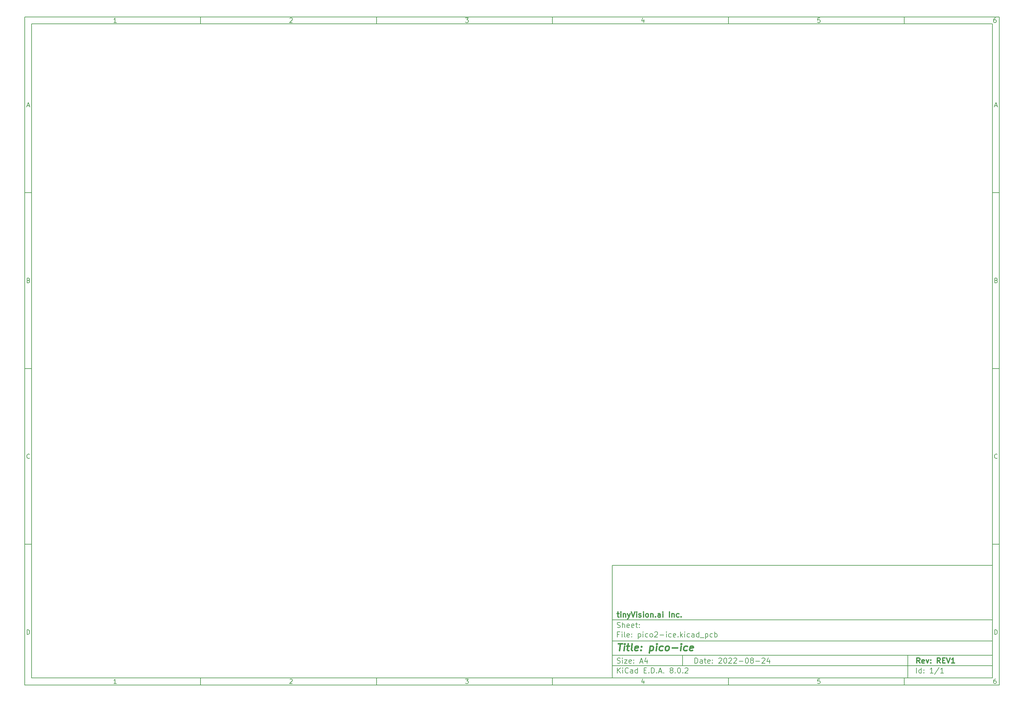
<source format=gbr>
%TF.GenerationSoftware,KiCad,Pcbnew,8.0.2*%
%TF.CreationDate,2024-10-27T15:33:14-07:00*%
%TF.ProjectId,pico2-ice,7069636f-322d-4696-9365-2e6b69636164,REV1*%
%TF.SameCoordinates,Original*%
%TF.FileFunction,Other,User*%
%FSLAX46Y46*%
G04 Gerber Fmt 4.6, Leading zero omitted, Abs format (unit mm)*
G04 Created by KiCad (PCBNEW 8.0.2) date 2024-10-27 15:33:14*
%MOMM*%
%LPD*%
G01*
G04 APERTURE LIST*
%ADD10C,0.100000*%
%ADD11C,0.150000*%
%ADD12C,0.300000*%
%ADD13C,0.400000*%
G04 APERTURE END LIST*
D10*
D11*
X177002200Y-166007200D02*
X285002200Y-166007200D01*
X285002200Y-198007200D01*
X177002200Y-198007200D01*
X177002200Y-166007200D01*
D10*
D11*
X10000000Y-10000000D02*
X287002200Y-10000000D01*
X287002200Y-200007200D01*
X10000000Y-200007200D01*
X10000000Y-10000000D01*
D10*
D11*
X12000000Y-12000000D02*
X285002200Y-12000000D01*
X285002200Y-198007200D01*
X12000000Y-198007200D01*
X12000000Y-12000000D01*
D10*
D11*
X60000000Y-12000000D02*
X60000000Y-10000000D01*
D10*
D11*
X110000000Y-12000000D02*
X110000000Y-10000000D01*
D10*
D11*
X160000000Y-12000000D02*
X160000000Y-10000000D01*
D10*
D11*
X210000000Y-12000000D02*
X210000000Y-10000000D01*
D10*
D11*
X260000000Y-12000000D02*
X260000000Y-10000000D01*
D10*
D11*
X36089160Y-11593604D02*
X35346303Y-11593604D01*
X35717731Y-11593604D02*
X35717731Y-10293604D01*
X35717731Y-10293604D02*
X35593922Y-10479319D01*
X35593922Y-10479319D02*
X35470112Y-10603128D01*
X35470112Y-10603128D02*
X35346303Y-10665033D01*
D10*
D11*
X85346303Y-10417414D02*
X85408207Y-10355509D01*
X85408207Y-10355509D02*
X85532017Y-10293604D01*
X85532017Y-10293604D02*
X85841541Y-10293604D01*
X85841541Y-10293604D02*
X85965350Y-10355509D01*
X85965350Y-10355509D02*
X86027255Y-10417414D01*
X86027255Y-10417414D02*
X86089160Y-10541223D01*
X86089160Y-10541223D02*
X86089160Y-10665033D01*
X86089160Y-10665033D02*
X86027255Y-10850747D01*
X86027255Y-10850747D02*
X85284398Y-11593604D01*
X85284398Y-11593604D02*
X86089160Y-11593604D01*
D10*
D11*
X135284398Y-10293604D02*
X136089160Y-10293604D01*
X136089160Y-10293604D02*
X135655826Y-10788842D01*
X135655826Y-10788842D02*
X135841541Y-10788842D01*
X135841541Y-10788842D02*
X135965350Y-10850747D01*
X135965350Y-10850747D02*
X136027255Y-10912652D01*
X136027255Y-10912652D02*
X136089160Y-11036461D01*
X136089160Y-11036461D02*
X136089160Y-11345985D01*
X136089160Y-11345985D02*
X136027255Y-11469795D01*
X136027255Y-11469795D02*
X135965350Y-11531700D01*
X135965350Y-11531700D02*
X135841541Y-11593604D01*
X135841541Y-11593604D02*
X135470112Y-11593604D01*
X135470112Y-11593604D02*
X135346303Y-11531700D01*
X135346303Y-11531700D02*
X135284398Y-11469795D01*
D10*
D11*
X185965350Y-10726938D02*
X185965350Y-11593604D01*
X185655826Y-10231700D02*
X185346303Y-11160271D01*
X185346303Y-11160271D02*
X186151064Y-11160271D01*
D10*
D11*
X236027255Y-10293604D02*
X235408207Y-10293604D01*
X235408207Y-10293604D02*
X235346303Y-10912652D01*
X235346303Y-10912652D02*
X235408207Y-10850747D01*
X235408207Y-10850747D02*
X235532017Y-10788842D01*
X235532017Y-10788842D02*
X235841541Y-10788842D01*
X235841541Y-10788842D02*
X235965350Y-10850747D01*
X235965350Y-10850747D02*
X236027255Y-10912652D01*
X236027255Y-10912652D02*
X236089160Y-11036461D01*
X236089160Y-11036461D02*
X236089160Y-11345985D01*
X236089160Y-11345985D02*
X236027255Y-11469795D01*
X236027255Y-11469795D02*
X235965350Y-11531700D01*
X235965350Y-11531700D02*
X235841541Y-11593604D01*
X235841541Y-11593604D02*
X235532017Y-11593604D01*
X235532017Y-11593604D02*
X235408207Y-11531700D01*
X235408207Y-11531700D02*
X235346303Y-11469795D01*
D10*
D11*
X285965350Y-10293604D02*
X285717731Y-10293604D01*
X285717731Y-10293604D02*
X285593922Y-10355509D01*
X285593922Y-10355509D02*
X285532017Y-10417414D01*
X285532017Y-10417414D02*
X285408207Y-10603128D01*
X285408207Y-10603128D02*
X285346303Y-10850747D01*
X285346303Y-10850747D02*
X285346303Y-11345985D01*
X285346303Y-11345985D02*
X285408207Y-11469795D01*
X285408207Y-11469795D02*
X285470112Y-11531700D01*
X285470112Y-11531700D02*
X285593922Y-11593604D01*
X285593922Y-11593604D02*
X285841541Y-11593604D01*
X285841541Y-11593604D02*
X285965350Y-11531700D01*
X285965350Y-11531700D02*
X286027255Y-11469795D01*
X286027255Y-11469795D02*
X286089160Y-11345985D01*
X286089160Y-11345985D02*
X286089160Y-11036461D01*
X286089160Y-11036461D02*
X286027255Y-10912652D01*
X286027255Y-10912652D02*
X285965350Y-10850747D01*
X285965350Y-10850747D02*
X285841541Y-10788842D01*
X285841541Y-10788842D02*
X285593922Y-10788842D01*
X285593922Y-10788842D02*
X285470112Y-10850747D01*
X285470112Y-10850747D02*
X285408207Y-10912652D01*
X285408207Y-10912652D02*
X285346303Y-11036461D01*
D10*
D11*
X60000000Y-198007200D02*
X60000000Y-200007200D01*
D10*
D11*
X110000000Y-198007200D02*
X110000000Y-200007200D01*
D10*
D11*
X160000000Y-198007200D02*
X160000000Y-200007200D01*
D10*
D11*
X210000000Y-198007200D02*
X210000000Y-200007200D01*
D10*
D11*
X260000000Y-198007200D02*
X260000000Y-200007200D01*
D10*
D11*
X36089160Y-199600804D02*
X35346303Y-199600804D01*
X35717731Y-199600804D02*
X35717731Y-198300804D01*
X35717731Y-198300804D02*
X35593922Y-198486519D01*
X35593922Y-198486519D02*
X35470112Y-198610328D01*
X35470112Y-198610328D02*
X35346303Y-198672233D01*
D10*
D11*
X85346303Y-198424614D02*
X85408207Y-198362709D01*
X85408207Y-198362709D02*
X85532017Y-198300804D01*
X85532017Y-198300804D02*
X85841541Y-198300804D01*
X85841541Y-198300804D02*
X85965350Y-198362709D01*
X85965350Y-198362709D02*
X86027255Y-198424614D01*
X86027255Y-198424614D02*
X86089160Y-198548423D01*
X86089160Y-198548423D02*
X86089160Y-198672233D01*
X86089160Y-198672233D02*
X86027255Y-198857947D01*
X86027255Y-198857947D02*
X85284398Y-199600804D01*
X85284398Y-199600804D02*
X86089160Y-199600804D01*
D10*
D11*
X135284398Y-198300804D02*
X136089160Y-198300804D01*
X136089160Y-198300804D02*
X135655826Y-198796042D01*
X135655826Y-198796042D02*
X135841541Y-198796042D01*
X135841541Y-198796042D02*
X135965350Y-198857947D01*
X135965350Y-198857947D02*
X136027255Y-198919852D01*
X136027255Y-198919852D02*
X136089160Y-199043661D01*
X136089160Y-199043661D02*
X136089160Y-199353185D01*
X136089160Y-199353185D02*
X136027255Y-199476995D01*
X136027255Y-199476995D02*
X135965350Y-199538900D01*
X135965350Y-199538900D02*
X135841541Y-199600804D01*
X135841541Y-199600804D02*
X135470112Y-199600804D01*
X135470112Y-199600804D02*
X135346303Y-199538900D01*
X135346303Y-199538900D02*
X135284398Y-199476995D01*
D10*
D11*
X185965350Y-198734138D02*
X185965350Y-199600804D01*
X185655826Y-198238900D02*
X185346303Y-199167471D01*
X185346303Y-199167471D02*
X186151064Y-199167471D01*
D10*
D11*
X236027255Y-198300804D02*
X235408207Y-198300804D01*
X235408207Y-198300804D02*
X235346303Y-198919852D01*
X235346303Y-198919852D02*
X235408207Y-198857947D01*
X235408207Y-198857947D02*
X235532017Y-198796042D01*
X235532017Y-198796042D02*
X235841541Y-198796042D01*
X235841541Y-198796042D02*
X235965350Y-198857947D01*
X235965350Y-198857947D02*
X236027255Y-198919852D01*
X236027255Y-198919852D02*
X236089160Y-199043661D01*
X236089160Y-199043661D02*
X236089160Y-199353185D01*
X236089160Y-199353185D02*
X236027255Y-199476995D01*
X236027255Y-199476995D02*
X235965350Y-199538900D01*
X235965350Y-199538900D02*
X235841541Y-199600804D01*
X235841541Y-199600804D02*
X235532017Y-199600804D01*
X235532017Y-199600804D02*
X235408207Y-199538900D01*
X235408207Y-199538900D02*
X235346303Y-199476995D01*
D10*
D11*
X285965350Y-198300804D02*
X285717731Y-198300804D01*
X285717731Y-198300804D02*
X285593922Y-198362709D01*
X285593922Y-198362709D02*
X285532017Y-198424614D01*
X285532017Y-198424614D02*
X285408207Y-198610328D01*
X285408207Y-198610328D02*
X285346303Y-198857947D01*
X285346303Y-198857947D02*
X285346303Y-199353185D01*
X285346303Y-199353185D02*
X285408207Y-199476995D01*
X285408207Y-199476995D02*
X285470112Y-199538900D01*
X285470112Y-199538900D02*
X285593922Y-199600804D01*
X285593922Y-199600804D02*
X285841541Y-199600804D01*
X285841541Y-199600804D02*
X285965350Y-199538900D01*
X285965350Y-199538900D02*
X286027255Y-199476995D01*
X286027255Y-199476995D02*
X286089160Y-199353185D01*
X286089160Y-199353185D02*
X286089160Y-199043661D01*
X286089160Y-199043661D02*
X286027255Y-198919852D01*
X286027255Y-198919852D02*
X285965350Y-198857947D01*
X285965350Y-198857947D02*
X285841541Y-198796042D01*
X285841541Y-198796042D02*
X285593922Y-198796042D01*
X285593922Y-198796042D02*
X285470112Y-198857947D01*
X285470112Y-198857947D02*
X285408207Y-198919852D01*
X285408207Y-198919852D02*
X285346303Y-199043661D01*
D10*
D11*
X10000000Y-60000000D02*
X12000000Y-60000000D01*
D10*
D11*
X10000000Y-110000000D02*
X12000000Y-110000000D01*
D10*
D11*
X10000000Y-160000000D02*
X12000000Y-160000000D01*
D10*
D11*
X10690476Y-35222176D02*
X11309523Y-35222176D01*
X10566666Y-35593604D02*
X10999999Y-34293604D01*
X10999999Y-34293604D02*
X11433333Y-35593604D01*
D10*
D11*
X11092857Y-84912652D02*
X11278571Y-84974557D01*
X11278571Y-84974557D02*
X11340476Y-85036461D01*
X11340476Y-85036461D02*
X11402380Y-85160271D01*
X11402380Y-85160271D02*
X11402380Y-85345985D01*
X11402380Y-85345985D02*
X11340476Y-85469795D01*
X11340476Y-85469795D02*
X11278571Y-85531700D01*
X11278571Y-85531700D02*
X11154761Y-85593604D01*
X11154761Y-85593604D02*
X10659523Y-85593604D01*
X10659523Y-85593604D02*
X10659523Y-84293604D01*
X10659523Y-84293604D02*
X11092857Y-84293604D01*
X11092857Y-84293604D02*
X11216666Y-84355509D01*
X11216666Y-84355509D02*
X11278571Y-84417414D01*
X11278571Y-84417414D02*
X11340476Y-84541223D01*
X11340476Y-84541223D02*
X11340476Y-84665033D01*
X11340476Y-84665033D02*
X11278571Y-84788842D01*
X11278571Y-84788842D02*
X11216666Y-84850747D01*
X11216666Y-84850747D02*
X11092857Y-84912652D01*
X11092857Y-84912652D02*
X10659523Y-84912652D01*
D10*
D11*
X11402380Y-135469795D02*
X11340476Y-135531700D01*
X11340476Y-135531700D02*
X11154761Y-135593604D01*
X11154761Y-135593604D02*
X11030952Y-135593604D01*
X11030952Y-135593604D02*
X10845238Y-135531700D01*
X10845238Y-135531700D02*
X10721428Y-135407890D01*
X10721428Y-135407890D02*
X10659523Y-135284080D01*
X10659523Y-135284080D02*
X10597619Y-135036461D01*
X10597619Y-135036461D02*
X10597619Y-134850747D01*
X10597619Y-134850747D02*
X10659523Y-134603128D01*
X10659523Y-134603128D02*
X10721428Y-134479319D01*
X10721428Y-134479319D02*
X10845238Y-134355509D01*
X10845238Y-134355509D02*
X11030952Y-134293604D01*
X11030952Y-134293604D02*
X11154761Y-134293604D01*
X11154761Y-134293604D02*
X11340476Y-134355509D01*
X11340476Y-134355509D02*
X11402380Y-134417414D01*
D10*
D11*
X10659523Y-185593604D02*
X10659523Y-184293604D01*
X10659523Y-184293604D02*
X10969047Y-184293604D01*
X10969047Y-184293604D02*
X11154761Y-184355509D01*
X11154761Y-184355509D02*
X11278571Y-184479319D01*
X11278571Y-184479319D02*
X11340476Y-184603128D01*
X11340476Y-184603128D02*
X11402380Y-184850747D01*
X11402380Y-184850747D02*
X11402380Y-185036461D01*
X11402380Y-185036461D02*
X11340476Y-185284080D01*
X11340476Y-185284080D02*
X11278571Y-185407890D01*
X11278571Y-185407890D02*
X11154761Y-185531700D01*
X11154761Y-185531700D02*
X10969047Y-185593604D01*
X10969047Y-185593604D02*
X10659523Y-185593604D01*
D10*
D11*
X287002200Y-60000000D02*
X285002200Y-60000000D01*
D10*
D11*
X287002200Y-110000000D02*
X285002200Y-110000000D01*
D10*
D11*
X287002200Y-160000000D02*
X285002200Y-160000000D01*
D10*
D11*
X285692676Y-35222176D02*
X286311723Y-35222176D01*
X285568866Y-35593604D02*
X286002199Y-34293604D01*
X286002199Y-34293604D02*
X286435533Y-35593604D01*
D10*
D11*
X286095057Y-84912652D02*
X286280771Y-84974557D01*
X286280771Y-84974557D02*
X286342676Y-85036461D01*
X286342676Y-85036461D02*
X286404580Y-85160271D01*
X286404580Y-85160271D02*
X286404580Y-85345985D01*
X286404580Y-85345985D02*
X286342676Y-85469795D01*
X286342676Y-85469795D02*
X286280771Y-85531700D01*
X286280771Y-85531700D02*
X286156961Y-85593604D01*
X286156961Y-85593604D02*
X285661723Y-85593604D01*
X285661723Y-85593604D02*
X285661723Y-84293604D01*
X285661723Y-84293604D02*
X286095057Y-84293604D01*
X286095057Y-84293604D02*
X286218866Y-84355509D01*
X286218866Y-84355509D02*
X286280771Y-84417414D01*
X286280771Y-84417414D02*
X286342676Y-84541223D01*
X286342676Y-84541223D02*
X286342676Y-84665033D01*
X286342676Y-84665033D02*
X286280771Y-84788842D01*
X286280771Y-84788842D02*
X286218866Y-84850747D01*
X286218866Y-84850747D02*
X286095057Y-84912652D01*
X286095057Y-84912652D02*
X285661723Y-84912652D01*
D10*
D11*
X286404580Y-135469795D02*
X286342676Y-135531700D01*
X286342676Y-135531700D02*
X286156961Y-135593604D01*
X286156961Y-135593604D02*
X286033152Y-135593604D01*
X286033152Y-135593604D02*
X285847438Y-135531700D01*
X285847438Y-135531700D02*
X285723628Y-135407890D01*
X285723628Y-135407890D02*
X285661723Y-135284080D01*
X285661723Y-135284080D02*
X285599819Y-135036461D01*
X285599819Y-135036461D02*
X285599819Y-134850747D01*
X285599819Y-134850747D02*
X285661723Y-134603128D01*
X285661723Y-134603128D02*
X285723628Y-134479319D01*
X285723628Y-134479319D02*
X285847438Y-134355509D01*
X285847438Y-134355509D02*
X286033152Y-134293604D01*
X286033152Y-134293604D02*
X286156961Y-134293604D01*
X286156961Y-134293604D02*
X286342676Y-134355509D01*
X286342676Y-134355509D02*
X286404580Y-134417414D01*
D10*
D11*
X285661723Y-185593604D02*
X285661723Y-184293604D01*
X285661723Y-184293604D02*
X285971247Y-184293604D01*
X285971247Y-184293604D02*
X286156961Y-184355509D01*
X286156961Y-184355509D02*
X286280771Y-184479319D01*
X286280771Y-184479319D02*
X286342676Y-184603128D01*
X286342676Y-184603128D02*
X286404580Y-184850747D01*
X286404580Y-184850747D02*
X286404580Y-185036461D01*
X286404580Y-185036461D02*
X286342676Y-185284080D01*
X286342676Y-185284080D02*
X286280771Y-185407890D01*
X286280771Y-185407890D02*
X286156961Y-185531700D01*
X286156961Y-185531700D02*
X285971247Y-185593604D01*
X285971247Y-185593604D02*
X285661723Y-185593604D01*
D10*
D11*
X200458026Y-193793328D02*
X200458026Y-192293328D01*
X200458026Y-192293328D02*
X200815169Y-192293328D01*
X200815169Y-192293328D02*
X201029455Y-192364757D01*
X201029455Y-192364757D02*
X201172312Y-192507614D01*
X201172312Y-192507614D02*
X201243741Y-192650471D01*
X201243741Y-192650471D02*
X201315169Y-192936185D01*
X201315169Y-192936185D02*
X201315169Y-193150471D01*
X201315169Y-193150471D02*
X201243741Y-193436185D01*
X201243741Y-193436185D02*
X201172312Y-193579042D01*
X201172312Y-193579042D02*
X201029455Y-193721900D01*
X201029455Y-193721900D02*
X200815169Y-193793328D01*
X200815169Y-193793328D02*
X200458026Y-193793328D01*
X202600884Y-193793328D02*
X202600884Y-193007614D01*
X202600884Y-193007614D02*
X202529455Y-192864757D01*
X202529455Y-192864757D02*
X202386598Y-192793328D01*
X202386598Y-192793328D02*
X202100884Y-192793328D01*
X202100884Y-192793328D02*
X201958026Y-192864757D01*
X202600884Y-193721900D02*
X202458026Y-193793328D01*
X202458026Y-193793328D02*
X202100884Y-193793328D01*
X202100884Y-193793328D02*
X201958026Y-193721900D01*
X201958026Y-193721900D02*
X201886598Y-193579042D01*
X201886598Y-193579042D02*
X201886598Y-193436185D01*
X201886598Y-193436185D02*
X201958026Y-193293328D01*
X201958026Y-193293328D02*
X202100884Y-193221900D01*
X202100884Y-193221900D02*
X202458026Y-193221900D01*
X202458026Y-193221900D02*
X202600884Y-193150471D01*
X203100884Y-192793328D02*
X203672312Y-192793328D01*
X203315169Y-192293328D02*
X203315169Y-193579042D01*
X203315169Y-193579042D02*
X203386598Y-193721900D01*
X203386598Y-193721900D02*
X203529455Y-193793328D01*
X203529455Y-193793328D02*
X203672312Y-193793328D01*
X204743741Y-193721900D02*
X204600884Y-193793328D01*
X204600884Y-193793328D02*
X204315170Y-193793328D01*
X204315170Y-193793328D02*
X204172312Y-193721900D01*
X204172312Y-193721900D02*
X204100884Y-193579042D01*
X204100884Y-193579042D02*
X204100884Y-193007614D01*
X204100884Y-193007614D02*
X204172312Y-192864757D01*
X204172312Y-192864757D02*
X204315170Y-192793328D01*
X204315170Y-192793328D02*
X204600884Y-192793328D01*
X204600884Y-192793328D02*
X204743741Y-192864757D01*
X204743741Y-192864757D02*
X204815170Y-193007614D01*
X204815170Y-193007614D02*
X204815170Y-193150471D01*
X204815170Y-193150471D02*
X204100884Y-193293328D01*
X205458026Y-193650471D02*
X205529455Y-193721900D01*
X205529455Y-193721900D02*
X205458026Y-193793328D01*
X205458026Y-193793328D02*
X205386598Y-193721900D01*
X205386598Y-193721900D02*
X205458026Y-193650471D01*
X205458026Y-193650471D02*
X205458026Y-193793328D01*
X205458026Y-192864757D02*
X205529455Y-192936185D01*
X205529455Y-192936185D02*
X205458026Y-193007614D01*
X205458026Y-193007614D02*
X205386598Y-192936185D01*
X205386598Y-192936185D02*
X205458026Y-192864757D01*
X205458026Y-192864757D02*
X205458026Y-193007614D01*
X207243741Y-192436185D02*
X207315169Y-192364757D01*
X207315169Y-192364757D02*
X207458027Y-192293328D01*
X207458027Y-192293328D02*
X207815169Y-192293328D01*
X207815169Y-192293328D02*
X207958027Y-192364757D01*
X207958027Y-192364757D02*
X208029455Y-192436185D01*
X208029455Y-192436185D02*
X208100884Y-192579042D01*
X208100884Y-192579042D02*
X208100884Y-192721900D01*
X208100884Y-192721900D02*
X208029455Y-192936185D01*
X208029455Y-192936185D02*
X207172312Y-193793328D01*
X207172312Y-193793328D02*
X208100884Y-193793328D01*
X209029455Y-192293328D02*
X209172312Y-192293328D01*
X209172312Y-192293328D02*
X209315169Y-192364757D01*
X209315169Y-192364757D02*
X209386598Y-192436185D01*
X209386598Y-192436185D02*
X209458026Y-192579042D01*
X209458026Y-192579042D02*
X209529455Y-192864757D01*
X209529455Y-192864757D02*
X209529455Y-193221900D01*
X209529455Y-193221900D02*
X209458026Y-193507614D01*
X209458026Y-193507614D02*
X209386598Y-193650471D01*
X209386598Y-193650471D02*
X209315169Y-193721900D01*
X209315169Y-193721900D02*
X209172312Y-193793328D01*
X209172312Y-193793328D02*
X209029455Y-193793328D01*
X209029455Y-193793328D02*
X208886598Y-193721900D01*
X208886598Y-193721900D02*
X208815169Y-193650471D01*
X208815169Y-193650471D02*
X208743740Y-193507614D01*
X208743740Y-193507614D02*
X208672312Y-193221900D01*
X208672312Y-193221900D02*
X208672312Y-192864757D01*
X208672312Y-192864757D02*
X208743740Y-192579042D01*
X208743740Y-192579042D02*
X208815169Y-192436185D01*
X208815169Y-192436185D02*
X208886598Y-192364757D01*
X208886598Y-192364757D02*
X209029455Y-192293328D01*
X210100883Y-192436185D02*
X210172311Y-192364757D01*
X210172311Y-192364757D02*
X210315169Y-192293328D01*
X210315169Y-192293328D02*
X210672311Y-192293328D01*
X210672311Y-192293328D02*
X210815169Y-192364757D01*
X210815169Y-192364757D02*
X210886597Y-192436185D01*
X210886597Y-192436185D02*
X210958026Y-192579042D01*
X210958026Y-192579042D02*
X210958026Y-192721900D01*
X210958026Y-192721900D02*
X210886597Y-192936185D01*
X210886597Y-192936185D02*
X210029454Y-193793328D01*
X210029454Y-193793328D02*
X210958026Y-193793328D01*
X211529454Y-192436185D02*
X211600882Y-192364757D01*
X211600882Y-192364757D02*
X211743740Y-192293328D01*
X211743740Y-192293328D02*
X212100882Y-192293328D01*
X212100882Y-192293328D02*
X212243740Y-192364757D01*
X212243740Y-192364757D02*
X212315168Y-192436185D01*
X212315168Y-192436185D02*
X212386597Y-192579042D01*
X212386597Y-192579042D02*
X212386597Y-192721900D01*
X212386597Y-192721900D02*
X212315168Y-192936185D01*
X212315168Y-192936185D02*
X211458025Y-193793328D01*
X211458025Y-193793328D02*
X212386597Y-193793328D01*
X213029453Y-193221900D02*
X214172311Y-193221900D01*
X215172311Y-192293328D02*
X215315168Y-192293328D01*
X215315168Y-192293328D02*
X215458025Y-192364757D01*
X215458025Y-192364757D02*
X215529454Y-192436185D01*
X215529454Y-192436185D02*
X215600882Y-192579042D01*
X215600882Y-192579042D02*
X215672311Y-192864757D01*
X215672311Y-192864757D02*
X215672311Y-193221900D01*
X215672311Y-193221900D02*
X215600882Y-193507614D01*
X215600882Y-193507614D02*
X215529454Y-193650471D01*
X215529454Y-193650471D02*
X215458025Y-193721900D01*
X215458025Y-193721900D02*
X215315168Y-193793328D01*
X215315168Y-193793328D02*
X215172311Y-193793328D01*
X215172311Y-193793328D02*
X215029454Y-193721900D01*
X215029454Y-193721900D02*
X214958025Y-193650471D01*
X214958025Y-193650471D02*
X214886596Y-193507614D01*
X214886596Y-193507614D02*
X214815168Y-193221900D01*
X214815168Y-193221900D02*
X214815168Y-192864757D01*
X214815168Y-192864757D02*
X214886596Y-192579042D01*
X214886596Y-192579042D02*
X214958025Y-192436185D01*
X214958025Y-192436185D02*
X215029454Y-192364757D01*
X215029454Y-192364757D02*
X215172311Y-192293328D01*
X216529453Y-192936185D02*
X216386596Y-192864757D01*
X216386596Y-192864757D02*
X216315167Y-192793328D01*
X216315167Y-192793328D02*
X216243739Y-192650471D01*
X216243739Y-192650471D02*
X216243739Y-192579042D01*
X216243739Y-192579042D02*
X216315167Y-192436185D01*
X216315167Y-192436185D02*
X216386596Y-192364757D01*
X216386596Y-192364757D02*
X216529453Y-192293328D01*
X216529453Y-192293328D02*
X216815167Y-192293328D01*
X216815167Y-192293328D02*
X216958025Y-192364757D01*
X216958025Y-192364757D02*
X217029453Y-192436185D01*
X217029453Y-192436185D02*
X217100882Y-192579042D01*
X217100882Y-192579042D02*
X217100882Y-192650471D01*
X217100882Y-192650471D02*
X217029453Y-192793328D01*
X217029453Y-192793328D02*
X216958025Y-192864757D01*
X216958025Y-192864757D02*
X216815167Y-192936185D01*
X216815167Y-192936185D02*
X216529453Y-192936185D01*
X216529453Y-192936185D02*
X216386596Y-193007614D01*
X216386596Y-193007614D02*
X216315167Y-193079042D01*
X216315167Y-193079042D02*
X216243739Y-193221900D01*
X216243739Y-193221900D02*
X216243739Y-193507614D01*
X216243739Y-193507614D02*
X216315167Y-193650471D01*
X216315167Y-193650471D02*
X216386596Y-193721900D01*
X216386596Y-193721900D02*
X216529453Y-193793328D01*
X216529453Y-193793328D02*
X216815167Y-193793328D01*
X216815167Y-193793328D02*
X216958025Y-193721900D01*
X216958025Y-193721900D02*
X217029453Y-193650471D01*
X217029453Y-193650471D02*
X217100882Y-193507614D01*
X217100882Y-193507614D02*
X217100882Y-193221900D01*
X217100882Y-193221900D02*
X217029453Y-193079042D01*
X217029453Y-193079042D02*
X216958025Y-193007614D01*
X216958025Y-193007614D02*
X216815167Y-192936185D01*
X217743738Y-193221900D02*
X218886596Y-193221900D01*
X219529453Y-192436185D02*
X219600881Y-192364757D01*
X219600881Y-192364757D02*
X219743739Y-192293328D01*
X219743739Y-192293328D02*
X220100881Y-192293328D01*
X220100881Y-192293328D02*
X220243739Y-192364757D01*
X220243739Y-192364757D02*
X220315167Y-192436185D01*
X220315167Y-192436185D02*
X220386596Y-192579042D01*
X220386596Y-192579042D02*
X220386596Y-192721900D01*
X220386596Y-192721900D02*
X220315167Y-192936185D01*
X220315167Y-192936185D02*
X219458024Y-193793328D01*
X219458024Y-193793328D02*
X220386596Y-193793328D01*
X221672310Y-192793328D02*
X221672310Y-193793328D01*
X221315167Y-192221900D02*
X220958024Y-193293328D01*
X220958024Y-193293328D02*
X221886595Y-193293328D01*
D10*
D11*
X177002200Y-194507200D02*
X285002200Y-194507200D01*
D10*
D11*
X178458026Y-196593328D02*
X178458026Y-195093328D01*
X179315169Y-196593328D02*
X178672312Y-195736185D01*
X179315169Y-195093328D02*
X178458026Y-195950471D01*
X179958026Y-196593328D02*
X179958026Y-195593328D01*
X179958026Y-195093328D02*
X179886598Y-195164757D01*
X179886598Y-195164757D02*
X179958026Y-195236185D01*
X179958026Y-195236185D02*
X180029455Y-195164757D01*
X180029455Y-195164757D02*
X179958026Y-195093328D01*
X179958026Y-195093328D02*
X179958026Y-195236185D01*
X181529455Y-196450471D02*
X181458027Y-196521900D01*
X181458027Y-196521900D02*
X181243741Y-196593328D01*
X181243741Y-196593328D02*
X181100884Y-196593328D01*
X181100884Y-196593328D02*
X180886598Y-196521900D01*
X180886598Y-196521900D02*
X180743741Y-196379042D01*
X180743741Y-196379042D02*
X180672312Y-196236185D01*
X180672312Y-196236185D02*
X180600884Y-195950471D01*
X180600884Y-195950471D02*
X180600884Y-195736185D01*
X180600884Y-195736185D02*
X180672312Y-195450471D01*
X180672312Y-195450471D02*
X180743741Y-195307614D01*
X180743741Y-195307614D02*
X180886598Y-195164757D01*
X180886598Y-195164757D02*
X181100884Y-195093328D01*
X181100884Y-195093328D02*
X181243741Y-195093328D01*
X181243741Y-195093328D02*
X181458027Y-195164757D01*
X181458027Y-195164757D02*
X181529455Y-195236185D01*
X182815170Y-196593328D02*
X182815170Y-195807614D01*
X182815170Y-195807614D02*
X182743741Y-195664757D01*
X182743741Y-195664757D02*
X182600884Y-195593328D01*
X182600884Y-195593328D02*
X182315170Y-195593328D01*
X182315170Y-195593328D02*
X182172312Y-195664757D01*
X182815170Y-196521900D02*
X182672312Y-196593328D01*
X182672312Y-196593328D02*
X182315170Y-196593328D01*
X182315170Y-196593328D02*
X182172312Y-196521900D01*
X182172312Y-196521900D02*
X182100884Y-196379042D01*
X182100884Y-196379042D02*
X182100884Y-196236185D01*
X182100884Y-196236185D02*
X182172312Y-196093328D01*
X182172312Y-196093328D02*
X182315170Y-196021900D01*
X182315170Y-196021900D02*
X182672312Y-196021900D01*
X182672312Y-196021900D02*
X182815170Y-195950471D01*
X184172313Y-196593328D02*
X184172313Y-195093328D01*
X184172313Y-196521900D02*
X184029455Y-196593328D01*
X184029455Y-196593328D02*
X183743741Y-196593328D01*
X183743741Y-196593328D02*
X183600884Y-196521900D01*
X183600884Y-196521900D02*
X183529455Y-196450471D01*
X183529455Y-196450471D02*
X183458027Y-196307614D01*
X183458027Y-196307614D02*
X183458027Y-195879042D01*
X183458027Y-195879042D02*
X183529455Y-195736185D01*
X183529455Y-195736185D02*
X183600884Y-195664757D01*
X183600884Y-195664757D02*
X183743741Y-195593328D01*
X183743741Y-195593328D02*
X184029455Y-195593328D01*
X184029455Y-195593328D02*
X184172313Y-195664757D01*
X186029455Y-195807614D02*
X186529455Y-195807614D01*
X186743741Y-196593328D02*
X186029455Y-196593328D01*
X186029455Y-196593328D02*
X186029455Y-195093328D01*
X186029455Y-195093328D02*
X186743741Y-195093328D01*
X187386598Y-196450471D02*
X187458027Y-196521900D01*
X187458027Y-196521900D02*
X187386598Y-196593328D01*
X187386598Y-196593328D02*
X187315170Y-196521900D01*
X187315170Y-196521900D02*
X187386598Y-196450471D01*
X187386598Y-196450471D02*
X187386598Y-196593328D01*
X188100884Y-196593328D02*
X188100884Y-195093328D01*
X188100884Y-195093328D02*
X188458027Y-195093328D01*
X188458027Y-195093328D02*
X188672313Y-195164757D01*
X188672313Y-195164757D02*
X188815170Y-195307614D01*
X188815170Y-195307614D02*
X188886599Y-195450471D01*
X188886599Y-195450471D02*
X188958027Y-195736185D01*
X188958027Y-195736185D02*
X188958027Y-195950471D01*
X188958027Y-195950471D02*
X188886599Y-196236185D01*
X188886599Y-196236185D02*
X188815170Y-196379042D01*
X188815170Y-196379042D02*
X188672313Y-196521900D01*
X188672313Y-196521900D02*
X188458027Y-196593328D01*
X188458027Y-196593328D02*
X188100884Y-196593328D01*
X189600884Y-196450471D02*
X189672313Y-196521900D01*
X189672313Y-196521900D02*
X189600884Y-196593328D01*
X189600884Y-196593328D02*
X189529456Y-196521900D01*
X189529456Y-196521900D02*
X189600884Y-196450471D01*
X189600884Y-196450471D02*
X189600884Y-196593328D01*
X190243742Y-196164757D02*
X190958028Y-196164757D01*
X190100885Y-196593328D02*
X190600885Y-195093328D01*
X190600885Y-195093328D02*
X191100885Y-196593328D01*
X191600884Y-196450471D02*
X191672313Y-196521900D01*
X191672313Y-196521900D02*
X191600884Y-196593328D01*
X191600884Y-196593328D02*
X191529456Y-196521900D01*
X191529456Y-196521900D02*
X191600884Y-196450471D01*
X191600884Y-196450471D02*
X191600884Y-196593328D01*
X193672313Y-195736185D02*
X193529456Y-195664757D01*
X193529456Y-195664757D02*
X193458027Y-195593328D01*
X193458027Y-195593328D02*
X193386599Y-195450471D01*
X193386599Y-195450471D02*
X193386599Y-195379042D01*
X193386599Y-195379042D02*
X193458027Y-195236185D01*
X193458027Y-195236185D02*
X193529456Y-195164757D01*
X193529456Y-195164757D02*
X193672313Y-195093328D01*
X193672313Y-195093328D02*
X193958027Y-195093328D01*
X193958027Y-195093328D02*
X194100885Y-195164757D01*
X194100885Y-195164757D02*
X194172313Y-195236185D01*
X194172313Y-195236185D02*
X194243742Y-195379042D01*
X194243742Y-195379042D02*
X194243742Y-195450471D01*
X194243742Y-195450471D02*
X194172313Y-195593328D01*
X194172313Y-195593328D02*
X194100885Y-195664757D01*
X194100885Y-195664757D02*
X193958027Y-195736185D01*
X193958027Y-195736185D02*
X193672313Y-195736185D01*
X193672313Y-195736185D02*
X193529456Y-195807614D01*
X193529456Y-195807614D02*
X193458027Y-195879042D01*
X193458027Y-195879042D02*
X193386599Y-196021900D01*
X193386599Y-196021900D02*
X193386599Y-196307614D01*
X193386599Y-196307614D02*
X193458027Y-196450471D01*
X193458027Y-196450471D02*
X193529456Y-196521900D01*
X193529456Y-196521900D02*
X193672313Y-196593328D01*
X193672313Y-196593328D02*
X193958027Y-196593328D01*
X193958027Y-196593328D02*
X194100885Y-196521900D01*
X194100885Y-196521900D02*
X194172313Y-196450471D01*
X194172313Y-196450471D02*
X194243742Y-196307614D01*
X194243742Y-196307614D02*
X194243742Y-196021900D01*
X194243742Y-196021900D02*
X194172313Y-195879042D01*
X194172313Y-195879042D02*
X194100885Y-195807614D01*
X194100885Y-195807614D02*
X193958027Y-195736185D01*
X194886598Y-196450471D02*
X194958027Y-196521900D01*
X194958027Y-196521900D02*
X194886598Y-196593328D01*
X194886598Y-196593328D02*
X194815170Y-196521900D01*
X194815170Y-196521900D02*
X194886598Y-196450471D01*
X194886598Y-196450471D02*
X194886598Y-196593328D01*
X195886599Y-195093328D02*
X196029456Y-195093328D01*
X196029456Y-195093328D02*
X196172313Y-195164757D01*
X196172313Y-195164757D02*
X196243742Y-195236185D01*
X196243742Y-195236185D02*
X196315170Y-195379042D01*
X196315170Y-195379042D02*
X196386599Y-195664757D01*
X196386599Y-195664757D02*
X196386599Y-196021900D01*
X196386599Y-196021900D02*
X196315170Y-196307614D01*
X196315170Y-196307614D02*
X196243742Y-196450471D01*
X196243742Y-196450471D02*
X196172313Y-196521900D01*
X196172313Y-196521900D02*
X196029456Y-196593328D01*
X196029456Y-196593328D02*
X195886599Y-196593328D01*
X195886599Y-196593328D02*
X195743742Y-196521900D01*
X195743742Y-196521900D02*
X195672313Y-196450471D01*
X195672313Y-196450471D02*
X195600884Y-196307614D01*
X195600884Y-196307614D02*
X195529456Y-196021900D01*
X195529456Y-196021900D02*
X195529456Y-195664757D01*
X195529456Y-195664757D02*
X195600884Y-195379042D01*
X195600884Y-195379042D02*
X195672313Y-195236185D01*
X195672313Y-195236185D02*
X195743742Y-195164757D01*
X195743742Y-195164757D02*
X195886599Y-195093328D01*
X197029455Y-196450471D02*
X197100884Y-196521900D01*
X197100884Y-196521900D02*
X197029455Y-196593328D01*
X197029455Y-196593328D02*
X196958027Y-196521900D01*
X196958027Y-196521900D02*
X197029455Y-196450471D01*
X197029455Y-196450471D02*
X197029455Y-196593328D01*
X197672313Y-195236185D02*
X197743741Y-195164757D01*
X197743741Y-195164757D02*
X197886599Y-195093328D01*
X197886599Y-195093328D02*
X198243741Y-195093328D01*
X198243741Y-195093328D02*
X198386599Y-195164757D01*
X198386599Y-195164757D02*
X198458027Y-195236185D01*
X198458027Y-195236185D02*
X198529456Y-195379042D01*
X198529456Y-195379042D02*
X198529456Y-195521900D01*
X198529456Y-195521900D02*
X198458027Y-195736185D01*
X198458027Y-195736185D02*
X197600884Y-196593328D01*
X197600884Y-196593328D02*
X198529456Y-196593328D01*
D10*
D11*
X177002200Y-191507200D02*
X285002200Y-191507200D01*
D10*
D12*
X264413853Y-193785528D02*
X263913853Y-193071242D01*
X263556710Y-193785528D02*
X263556710Y-192285528D01*
X263556710Y-192285528D02*
X264128139Y-192285528D01*
X264128139Y-192285528D02*
X264270996Y-192356957D01*
X264270996Y-192356957D02*
X264342425Y-192428385D01*
X264342425Y-192428385D02*
X264413853Y-192571242D01*
X264413853Y-192571242D02*
X264413853Y-192785528D01*
X264413853Y-192785528D02*
X264342425Y-192928385D01*
X264342425Y-192928385D02*
X264270996Y-192999814D01*
X264270996Y-192999814D02*
X264128139Y-193071242D01*
X264128139Y-193071242D02*
X263556710Y-193071242D01*
X265628139Y-193714100D02*
X265485282Y-193785528D01*
X265485282Y-193785528D02*
X265199568Y-193785528D01*
X265199568Y-193785528D02*
X265056710Y-193714100D01*
X265056710Y-193714100D02*
X264985282Y-193571242D01*
X264985282Y-193571242D02*
X264985282Y-192999814D01*
X264985282Y-192999814D02*
X265056710Y-192856957D01*
X265056710Y-192856957D02*
X265199568Y-192785528D01*
X265199568Y-192785528D02*
X265485282Y-192785528D01*
X265485282Y-192785528D02*
X265628139Y-192856957D01*
X265628139Y-192856957D02*
X265699568Y-192999814D01*
X265699568Y-192999814D02*
X265699568Y-193142671D01*
X265699568Y-193142671D02*
X264985282Y-193285528D01*
X266199567Y-192785528D02*
X266556710Y-193785528D01*
X266556710Y-193785528D02*
X266913853Y-192785528D01*
X267485281Y-193642671D02*
X267556710Y-193714100D01*
X267556710Y-193714100D02*
X267485281Y-193785528D01*
X267485281Y-193785528D02*
X267413853Y-193714100D01*
X267413853Y-193714100D02*
X267485281Y-193642671D01*
X267485281Y-193642671D02*
X267485281Y-193785528D01*
X267485281Y-192856957D02*
X267556710Y-192928385D01*
X267556710Y-192928385D02*
X267485281Y-192999814D01*
X267485281Y-192999814D02*
X267413853Y-192928385D01*
X267413853Y-192928385D02*
X267485281Y-192856957D01*
X267485281Y-192856957D02*
X267485281Y-192999814D01*
X270199567Y-193785528D02*
X269699567Y-193071242D01*
X269342424Y-193785528D02*
X269342424Y-192285528D01*
X269342424Y-192285528D02*
X269913853Y-192285528D01*
X269913853Y-192285528D02*
X270056710Y-192356957D01*
X270056710Y-192356957D02*
X270128139Y-192428385D01*
X270128139Y-192428385D02*
X270199567Y-192571242D01*
X270199567Y-192571242D02*
X270199567Y-192785528D01*
X270199567Y-192785528D02*
X270128139Y-192928385D01*
X270128139Y-192928385D02*
X270056710Y-192999814D01*
X270056710Y-192999814D02*
X269913853Y-193071242D01*
X269913853Y-193071242D02*
X269342424Y-193071242D01*
X270842424Y-192999814D02*
X271342424Y-192999814D01*
X271556710Y-193785528D02*
X270842424Y-193785528D01*
X270842424Y-193785528D02*
X270842424Y-192285528D01*
X270842424Y-192285528D02*
X271556710Y-192285528D01*
X271985282Y-192285528D02*
X272485282Y-193785528D01*
X272485282Y-193785528D02*
X272985282Y-192285528D01*
X274270996Y-193785528D02*
X273413853Y-193785528D01*
X273842424Y-193785528D02*
X273842424Y-192285528D01*
X273842424Y-192285528D02*
X273699567Y-192499814D01*
X273699567Y-192499814D02*
X273556710Y-192642671D01*
X273556710Y-192642671D02*
X273413853Y-192714100D01*
D10*
D11*
X178386598Y-193721900D02*
X178600884Y-193793328D01*
X178600884Y-193793328D02*
X178958026Y-193793328D01*
X178958026Y-193793328D02*
X179100884Y-193721900D01*
X179100884Y-193721900D02*
X179172312Y-193650471D01*
X179172312Y-193650471D02*
X179243741Y-193507614D01*
X179243741Y-193507614D02*
X179243741Y-193364757D01*
X179243741Y-193364757D02*
X179172312Y-193221900D01*
X179172312Y-193221900D02*
X179100884Y-193150471D01*
X179100884Y-193150471D02*
X178958026Y-193079042D01*
X178958026Y-193079042D02*
X178672312Y-193007614D01*
X178672312Y-193007614D02*
X178529455Y-192936185D01*
X178529455Y-192936185D02*
X178458026Y-192864757D01*
X178458026Y-192864757D02*
X178386598Y-192721900D01*
X178386598Y-192721900D02*
X178386598Y-192579042D01*
X178386598Y-192579042D02*
X178458026Y-192436185D01*
X178458026Y-192436185D02*
X178529455Y-192364757D01*
X178529455Y-192364757D02*
X178672312Y-192293328D01*
X178672312Y-192293328D02*
X179029455Y-192293328D01*
X179029455Y-192293328D02*
X179243741Y-192364757D01*
X179886597Y-193793328D02*
X179886597Y-192793328D01*
X179886597Y-192293328D02*
X179815169Y-192364757D01*
X179815169Y-192364757D02*
X179886597Y-192436185D01*
X179886597Y-192436185D02*
X179958026Y-192364757D01*
X179958026Y-192364757D02*
X179886597Y-192293328D01*
X179886597Y-192293328D02*
X179886597Y-192436185D01*
X180458026Y-192793328D02*
X181243741Y-192793328D01*
X181243741Y-192793328D02*
X180458026Y-193793328D01*
X180458026Y-193793328D02*
X181243741Y-193793328D01*
X182386598Y-193721900D02*
X182243741Y-193793328D01*
X182243741Y-193793328D02*
X181958027Y-193793328D01*
X181958027Y-193793328D02*
X181815169Y-193721900D01*
X181815169Y-193721900D02*
X181743741Y-193579042D01*
X181743741Y-193579042D02*
X181743741Y-193007614D01*
X181743741Y-193007614D02*
X181815169Y-192864757D01*
X181815169Y-192864757D02*
X181958027Y-192793328D01*
X181958027Y-192793328D02*
X182243741Y-192793328D01*
X182243741Y-192793328D02*
X182386598Y-192864757D01*
X182386598Y-192864757D02*
X182458027Y-193007614D01*
X182458027Y-193007614D02*
X182458027Y-193150471D01*
X182458027Y-193150471D02*
X181743741Y-193293328D01*
X183100883Y-193650471D02*
X183172312Y-193721900D01*
X183172312Y-193721900D02*
X183100883Y-193793328D01*
X183100883Y-193793328D02*
X183029455Y-193721900D01*
X183029455Y-193721900D02*
X183100883Y-193650471D01*
X183100883Y-193650471D02*
X183100883Y-193793328D01*
X183100883Y-192864757D02*
X183172312Y-192936185D01*
X183172312Y-192936185D02*
X183100883Y-193007614D01*
X183100883Y-193007614D02*
X183029455Y-192936185D01*
X183029455Y-192936185D02*
X183100883Y-192864757D01*
X183100883Y-192864757D02*
X183100883Y-193007614D01*
X184886598Y-193364757D02*
X185600884Y-193364757D01*
X184743741Y-193793328D02*
X185243741Y-192293328D01*
X185243741Y-192293328D02*
X185743741Y-193793328D01*
X186886598Y-192793328D02*
X186886598Y-193793328D01*
X186529455Y-192221900D02*
X186172312Y-193293328D01*
X186172312Y-193293328D02*
X187100883Y-193293328D01*
D10*
D11*
X263458026Y-196593328D02*
X263458026Y-195093328D01*
X264815170Y-196593328D02*
X264815170Y-195093328D01*
X264815170Y-196521900D02*
X264672312Y-196593328D01*
X264672312Y-196593328D02*
X264386598Y-196593328D01*
X264386598Y-196593328D02*
X264243741Y-196521900D01*
X264243741Y-196521900D02*
X264172312Y-196450471D01*
X264172312Y-196450471D02*
X264100884Y-196307614D01*
X264100884Y-196307614D02*
X264100884Y-195879042D01*
X264100884Y-195879042D02*
X264172312Y-195736185D01*
X264172312Y-195736185D02*
X264243741Y-195664757D01*
X264243741Y-195664757D02*
X264386598Y-195593328D01*
X264386598Y-195593328D02*
X264672312Y-195593328D01*
X264672312Y-195593328D02*
X264815170Y-195664757D01*
X265529455Y-196450471D02*
X265600884Y-196521900D01*
X265600884Y-196521900D02*
X265529455Y-196593328D01*
X265529455Y-196593328D02*
X265458027Y-196521900D01*
X265458027Y-196521900D02*
X265529455Y-196450471D01*
X265529455Y-196450471D02*
X265529455Y-196593328D01*
X265529455Y-195664757D02*
X265600884Y-195736185D01*
X265600884Y-195736185D02*
X265529455Y-195807614D01*
X265529455Y-195807614D02*
X265458027Y-195736185D01*
X265458027Y-195736185D02*
X265529455Y-195664757D01*
X265529455Y-195664757D02*
X265529455Y-195807614D01*
X268172313Y-196593328D02*
X267315170Y-196593328D01*
X267743741Y-196593328D02*
X267743741Y-195093328D01*
X267743741Y-195093328D02*
X267600884Y-195307614D01*
X267600884Y-195307614D02*
X267458027Y-195450471D01*
X267458027Y-195450471D02*
X267315170Y-195521900D01*
X269886598Y-195021900D02*
X268600884Y-196950471D01*
X271172313Y-196593328D02*
X270315170Y-196593328D01*
X270743741Y-196593328D02*
X270743741Y-195093328D01*
X270743741Y-195093328D02*
X270600884Y-195307614D01*
X270600884Y-195307614D02*
X270458027Y-195450471D01*
X270458027Y-195450471D02*
X270315170Y-195521900D01*
D10*
D11*
X177002200Y-187507200D02*
X285002200Y-187507200D01*
D10*
D13*
X178693928Y-188211638D02*
X179836785Y-188211638D01*
X179015357Y-190211638D02*
X179265357Y-188211638D01*
X180253452Y-190211638D02*
X180420119Y-188878304D01*
X180503452Y-188211638D02*
X180396309Y-188306876D01*
X180396309Y-188306876D02*
X180479643Y-188402114D01*
X180479643Y-188402114D02*
X180586786Y-188306876D01*
X180586786Y-188306876D02*
X180503452Y-188211638D01*
X180503452Y-188211638D02*
X180479643Y-188402114D01*
X181086786Y-188878304D02*
X181848690Y-188878304D01*
X181455833Y-188211638D02*
X181241548Y-189925923D01*
X181241548Y-189925923D02*
X181312976Y-190116400D01*
X181312976Y-190116400D02*
X181491548Y-190211638D01*
X181491548Y-190211638D02*
X181682024Y-190211638D01*
X182634405Y-190211638D02*
X182455833Y-190116400D01*
X182455833Y-190116400D02*
X182384405Y-189925923D01*
X182384405Y-189925923D02*
X182598690Y-188211638D01*
X184170119Y-190116400D02*
X183967738Y-190211638D01*
X183967738Y-190211638D02*
X183586785Y-190211638D01*
X183586785Y-190211638D02*
X183408214Y-190116400D01*
X183408214Y-190116400D02*
X183336785Y-189925923D01*
X183336785Y-189925923D02*
X183432024Y-189164019D01*
X183432024Y-189164019D02*
X183551071Y-188973542D01*
X183551071Y-188973542D02*
X183753452Y-188878304D01*
X183753452Y-188878304D02*
X184134404Y-188878304D01*
X184134404Y-188878304D02*
X184312976Y-188973542D01*
X184312976Y-188973542D02*
X184384404Y-189164019D01*
X184384404Y-189164019D02*
X184360595Y-189354495D01*
X184360595Y-189354495D02*
X183384404Y-189544971D01*
X185134405Y-190021161D02*
X185217738Y-190116400D01*
X185217738Y-190116400D02*
X185110595Y-190211638D01*
X185110595Y-190211638D02*
X185027262Y-190116400D01*
X185027262Y-190116400D02*
X185134405Y-190021161D01*
X185134405Y-190021161D02*
X185110595Y-190211638D01*
X185265357Y-188973542D02*
X185348690Y-189068780D01*
X185348690Y-189068780D02*
X185241548Y-189164019D01*
X185241548Y-189164019D02*
X185158214Y-189068780D01*
X185158214Y-189068780D02*
X185265357Y-188973542D01*
X185265357Y-188973542D02*
X185241548Y-189164019D01*
X187753453Y-188878304D02*
X187503453Y-190878304D01*
X187741548Y-188973542D02*
X187943929Y-188878304D01*
X187943929Y-188878304D02*
X188324881Y-188878304D01*
X188324881Y-188878304D02*
X188503453Y-188973542D01*
X188503453Y-188973542D02*
X188586786Y-189068780D01*
X188586786Y-189068780D02*
X188658215Y-189259257D01*
X188658215Y-189259257D02*
X188586786Y-189830685D01*
X188586786Y-189830685D02*
X188467739Y-190021161D01*
X188467739Y-190021161D02*
X188360596Y-190116400D01*
X188360596Y-190116400D02*
X188158215Y-190211638D01*
X188158215Y-190211638D02*
X187777262Y-190211638D01*
X187777262Y-190211638D02*
X187598691Y-190116400D01*
X189396310Y-190211638D02*
X189562977Y-188878304D01*
X189646310Y-188211638D02*
X189539167Y-188306876D01*
X189539167Y-188306876D02*
X189622501Y-188402114D01*
X189622501Y-188402114D02*
X189729644Y-188306876D01*
X189729644Y-188306876D02*
X189646310Y-188211638D01*
X189646310Y-188211638D02*
X189622501Y-188402114D01*
X191217739Y-190116400D02*
X191015358Y-190211638D01*
X191015358Y-190211638D02*
X190634406Y-190211638D01*
X190634406Y-190211638D02*
X190455834Y-190116400D01*
X190455834Y-190116400D02*
X190372501Y-190021161D01*
X190372501Y-190021161D02*
X190301072Y-189830685D01*
X190301072Y-189830685D02*
X190372501Y-189259257D01*
X190372501Y-189259257D02*
X190491548Y-189068780D01*
X190491548Y-189068780D02*
X190598691Y-188973542D01*
X190598691Y-188973542D02*
X190801072Y-188878304D01*
X190801072Y-188878304D02*
X191182025Y-188878304D01*
X191182025Y-188878304D02*
X191360596Y-188973542D01*
X192348692Y-190211638D02*
X192170120Y-190116400D01*
X192170120Y-190116400D02*
X192086787Y-190021161D01*
X192086787Y-190021161D02*
X192015358Y-189830685D01*
X192015358Y-189830685D02*
X192086787Y-189259257D01*
X192086787Y-189259257D02*
X192205834Y-189068780D01*
X192205834Y-189068780D02*
X192312977Y-188973542D01*
X192312977Y-188973542D02*
X192515358Y-188878304D01*
X192515358Y-188878304D02*
X192801072Y-188878304D01*
X192801072Y-188878304D02*
X192979644Y-188973542D01*
X192979644Y-188973542D02*
X193062977Y-189068780D01*
X193062977Y-189068780D02*
X193134406Y-189259257D01*
X193134406Y-189259257D02*
X193062977Y-189830685D01*
X193062977Y-189830685D02*
X192943930Y-190021161D01*
X192943930Y-190021161D02*
X192836787Y-190116400D01*
X192836787Y-190116400D02*
X192634406Y-190211638D01*
X192634406Y-190211638D02*
X192348692Y-190211638D01*
X193967739Y-189449733D02*
X195491549Y-189449733D01*
X196348691Y-190211638D02*
X196515358Y-188878304D01*
X196598691Y-188211638D02*
X196491548Y-188306876D01*
X196491548Y-188306876D02*
X196574882Y-188402114D01*
X196574882Y-188402114D02*
X196682025Y-188306876D01*
X196682025Y-188306876D02*
X196598691Y-188211638D01*
X196598691Y-188211638D02*
X196574882Y-188402114D01*
X198170120Y-190116400D02*
X197967739Y-190211638D01*
X197967739Y-190211638D02*
X197586787Y-190211638D01*
X197586787Y-190211638D02*
X197408215Y-190116400D01*
X197408215Y-190116400D02*
X197324882Y-190021161D01*
X197324882Y-190021161D02*
X197253453Y-189830685D01*
X197253453Y-189830685D02*
X197324882Y-189259257D01*
X197324882Y-189259257D02*
X197443929Y-189068780D01*
X197443929Y-189068780D02*
X197551072Y-188973542D01*
X197551072Y-188973542D02*
X197753453Y-188878304D01*
X197753453Y-188878304D02*
X198134406Y-188878304D01*
X198134406Y-188878304D02*
X198312977Y-188973542D01*
X199789168Y-190116400D02*
X199586787Y-190211638D01*
X199586787Y-190211638D02*
X199205834Y-190211638D01*
X199205834Y-190211638D02*
X199027263Y-190116400D01*
X199027263Y-190116400D02*
X198955834Y-189925923D01*
X198955834Y-189925923D02*
X199051073Y-189164019D01*
X199051073Y-189164019D02*
X199170120Y-188973542D01*
X199170120Y-188973542D02*
X199372501Y-188878304D01*
X199372501Y-188878304D02*
X199753453Y-188878304D01*
X199753453Y-188878304D02*
X199932025Y-188973542D01*
X199932025Y-188973542D02*
X200003453Y-189164019D01*
X200003453Y-189164019D02*
X199979644Y-189354495D01*
X199979644Y-189354495D02*
X199003453Y-189544971D01*
D10*
D11*
X178958026Y-185607614D02*
X178458026Y-185607614D01*
X178458026Y-186393328D02*
X178458026Y-184893328D01*
X178458026Y-184893328D02*
X179172312Y-184893328D01*
X179743740Y-186393328D02*
X179743740Y-185393328D01*
X179743740Y-184893328D02*
X179672312Y-184964757D01*
X179672312Y-184964757D02*
X179743740Y-185036185D01*
X179743740Y-185036185D02*
X179815169Y-184964757D01*
X179815169Y-184964757D02*
X179743740Y-184893328D01*
X179743740Y-184893328D02*
X179743740Y-185036185D01*
X180672312Y-186393328D02*
X180529455Y-186321900D01*
X180529455Y-186321900D02*
X180458026Y-186179042D01*
X180458026Y-186179042D02*
X180458026Y-184893328D01*
X181815169Y-186321900D02*
X181672312Y-186393328D01*
X181672312Y-186393328D02*
X181386598Y-186393328D01*
X181386598Y-186393328D02*
X181243740Y-186321900D01*
X181243740Y-186321900D02*
X181172312Y-186179042D01*
X181172312Y-186179042D02*
X181172312Y-185607614D01*
X181172312Y-185607614D02*
X181243740Y-185464757D01*
X181243740Y-185464757D02*
X181386598Y-185393328D01*
X181386598Y-185393328D02*
X181672312Y-185393328D01*
X181672312Y-185393328D02*
X181815169Y-185464757D01*
X181815169Y-185464757D02*
X181886598Y-185607614D01*
X181886598Y-185607614D02*
X181886598Y-185750471D01*
X181886598Y-185750471D02*
X181172312Y-185893328D01*
X182529454Y-186250471D02*
X182600883Y-186321900D01*
X182600883Y-186321900D02*
X182529454Y-186393328D01*
X182529454Y-186393328D02*
X182458026Y-186321900D01*
X182458026Y-186321900D02*
X182529454Y-186250471D01*
X182529454Y-186250471D02*
X182529454Y-186393328D01*
X182529454Y-185464757D02*
X182600883Y-185536185D01*
X182600883Y-185536185D02*
X182529454Y-185607614D01*
X182529454Y-185607614D02*
X182458026Y-185536185D01*
X182458026Y-185536185D02*
X182529454Y-185464757D01*
X182529454Y-185464757D02*
X182529454Y-185607614D01*
X184386597Y-185393328D02*
X184386597Y-186893328D01*
X184386597Y-185464757D02*
X184529455Y-185393328D01*
X184529455Y-185393328D02*
X184815169Y-185393328D01*
X184815169Y-185393328D02*
X184958026Y-185464757D01*
X184958026Y-185464757D02*
X185029455Y-185536185D01*
X185029455Y-185536185D02*
X185100883Y-185679042D01*
X185100883Y-185679042D02*
X185100883Y-186107614D01*
X185100883Y-186107614D02*
X185029455Y-186250471D01*
X185029455Y-186250471D02*
X184958026Y-186321900D01*
X184958026Y-186321900D02*
X184815169Y-186393328D01*
X184815169Y-186393328D02*
X184529455Y-186393328D01*
X184529455Y-186393328D02*
X184386597Y-186321900D01*
X185743740Y-186393328D02*
X185743740Y-185393328D01*
X185743740Y-184893328D02*
X185672312Y-184964757D01*
X185672312Y-184964757D02*
X185743740Y-185036185D01*
X185743740Y-185036185D02*
X185815169Y-184964757D01*
X185815169Y-184964757D02*
X185743740Y-184893328D01*
X185743740Y-184893328D02*
X185743740Y-185036185D01*
X187100884Y-186321900D02*
X186958026Y-186393328D01*
X186958026Y-186393328D02*
X186672312Y-186393328D01*
X186672312Y-186393328D02*
X186529455Y-186321900D01*
X186529455Y-186321900D02*
X186458026Y-186250471D01*
X186458026Y-186250471D02*
X186386598Y-186107614D01*
X186386598Y-186107614D02*
X186386598Y-185679042D01*
X186386598Y-185679042D02*
X186458026Y-185536185D01*
X186458026Y-185536185D02*
X186529455Y-185464757D01*
X186529455Y-185464757D02*
X186672312Y-185393328D01*
X186672312Y-185393328D02*
X186958026Y-185393328D01*
X186958026Y-185393328D02*
X187100884Y-185464757D01*
X187958026Y-186393328D02*
X187815169Y-186321900D01*
X187815169Y-186321900D02*
X187743740Y-186250471D01*
X187743740Y-186250471D02*
X187672312Y-186107614D01*
X187672312Y-186107614D02*
X187672312Y-185679042D01*
X187672312Y-185679042D02*
X187743740Y-185536185D01*
X187743740Y-185536185D02*
X187815169Y-185464757D01*
X187815169Y-185464757D02*
X187958026Y-185393328D01*
X187958026Y-185393328D02*
X188172312Y-185393328D01*
X188172312Y-185393328D02*
X188315169Y-185464757D01*
X188315169Y-185464757D02*
X188386598Y-185536185D01*
X188386598Y-185536185D02*
X188458026Y-185679042D01*
X188458026Y-185679042D02*
X188458026Y-186107614D01*
X188458026Y-186107614D02*
X188386598Y-186250471D01*
X188386598Y-186250471D02*
X188315169Y-186321900D01*
X188315169Y-186321900D02*
X188172312Y-186393328D01*
X188172312Y-186393328D02*
X187958026Y-186393328D01*
X189029455Y-185036185D02*
X189100883Y-184964757D01*
X189100883Y-184964757D02*
X189243741Y-184893328D01*
X189243741Y-184893328D02*
X189600883Y-184893328D01*
X189600883Y-184893328D02*
X189743741Y-184964757D01*
X189743741Y-184964757D02*
X189815169Y-185036185D01*
X189815169Y-185036185D02*
X189886598Y-185179042D01*
X189886598Y-185179042D02*
X189886598Y-185321900D01*
X189886598Y-185321900D02*
X189815169Y-185536185D01*
X189815169Y-185536185D02*
X188958026Y-186393328D01*
X188958026Y-186393328D02*
X189886598Y-186393328D01*
X190529454Y-185821900D02*
X191672312Y-185821900D01*
X192386597Y-186393328D02*
X192386597Y-185393328D01*
X192386597Y-184893328D02*
X192315169Y-184964757D01*
X192315169Y-184964757D02*
X192386597Y-185036185D01*
X192386597Y-185036185D02*
X192458026Y-184964757D01*
X192458026Y-184964757D02*
X192386597Y-184893328D01*
X192386597Y-184893328D02*
X192386597Y-185036185D01*
X193743741Y-186321900D02*
X193600883Y-186393328D01*
X193600883Y-186393328D02*
X193315169Y-186393328D01*
X193315169Y-186393328D02*
X193172312Y-186321900D01*
X193172312Y-186321900D02*
X193100883Y-186250471D01*
X193100883Y-186250471D02*
X193029455Y-186107614D01*
X193029455Y-186107614D02*
X193029455Y-185679042D01*
X193029455Y-185679042D02*
X193100883Y-185536185D01*
X193100883Y-185536185D02*
X193172312Y-185464757D01*
X193172312Y-185464757D02*
X193315169Y-185393328D01*
X193315169Y-185393328D02*
X193600883Y-185393328D01*
X193600883Y-185393328D02*
X193743741Y-185464757D01*
X194958026Y-186321900D02*
X194815169Y-186393328D01*
X194815169Y-186393328D02*
X194529455Y-186393328D01*
X194529455Y-186393328D02*
X194386597Y-186321900D01*
X194386597Y-186321900D02*
X194315169Y-186179042D01*
X194315169Y-186179042D02*
X194315169Y-185607614D01*
X194315169Y-185607614D02*
X194386597Y-185464757D01*
X194386597Y-185464757D02*
X194529455Y-185393328D01*
X194529455Y-185393328D02*
X194815169Y-185393328D01*
X194815169Y-185393328D02*
X194958026Y-185464757D01*
X194958026Y-185464757D02*
X195029455Y-185607614D01*
X195029455Y-185607614D02*
X195029455Y-185750471D01*
X195029455Y-185750471D02*
X194315169Y-185893328D01*
X195672311Y-186250471D02*
X195743740Y-186321900D01*
X195743740Y-186321900D02*
X195672311Y-186393328D01*
X195672311Y-186393328D02*
X195600883Y-186321900D01*
X195600883Y-186321900D02*
X195672311Y-186250471D01*
X195672311Y-186250471D02*
X195672311Y-186393328D01*
X196386597Y-186393328D02*
X196386597Y-184893328D01*
X196529455Y-185821900D02*
X196958026Y-186393328D01*
X196958026Y-185393328D02*
X196386597Y-185964757D01*
X197600883Y-186393328D02*
X197600883Y-185393328D01*
X197600883Y-184893328D02*
X197529455Y-184964757D01*
X197529455Y-184964757D02*
X197600883Y-185036185D01*
X197600883Y-185036185D02*
X197672312Y-184964757D01*
X197672312Y-184964757D02*
X197600883Y-184893328D01*
X197600883Y-184893328D02*
X197600883Y-185036185D01*
X198958027Y-186321900D02*
X198815169Y-186393328D01*
X198815169Y-186393328D02*
X198529455Y-186393328D01*
X198529455Y-186393328D02*
X198386598Y-186321900D01*
X198386598Y-186321900D02*
X198315169Y-186250471D01*
X198315169Y-186250471D02*
X198243741Y-186107614D01*
X198243741Y-186107614D02*
X198243741Y-185679042D01*
X198243741Y-185679042D02*
X198315169Y-185536185D01*
X198315169Y-185536185D02*
X198386598Y-185464757D01*
X198386598Y-185464757D02*
X198529455Y-185393328D01*
X198529455Y-185393328D02*
X198815169Y-185393328D01*
X198815169Y-185393328D02*
X198958027Y-185464757D01*
X200243741Y-186393328D02*
X200243741Y-185607614D01*
X200243741Y-185607614D02*
X200172312Y-185464757D01*
X200172312Y-185464757D02*
X200029455Y-185393328D01*
X200029455Y-185393328D02*
X199743741Y-185393328D01*
X199743741Y-185393328D02*
X199600883Y-185464757D01*
X200243741Y-186321900D02*
X200100883Y-186393328D01*
X200100883Y-186393328D02*
X199743741Y-186393328D01*
X199743741Y-186393328D02*
X199600883Y-186321900D01*
X199600883Y-186321900D02*
X199529455Y-186179042D01*
X199529455Y-186179042D02*
X199529455Y-186036185D01*
X199529455Y-186036185D02*
X199600883Y-185893328D01*
X199600883Y-185893328D02*
X199743741Y-185821900D01*
X199743741Y-185821900D02*
X200100883Y-185821900D01*
X200100883Y-185821900D02*
X200243741Y-185750471D01*
X201600884Y-186393328D02*
X201600884Y-184893328D01*
X201600884Y-186321900D02*
X201458026Y-186393328D01*
X201458026Y-186393328D02*
X201172312Y-186393328D01*
X201172312Y-186393328D02*
X201029455Y-186321900D01*
X201029455Y-186321900D02*
X200958026Y-186250471D01*
X200958026Y-186250471D02*
X200886598Y-186107614D01*
X200886598Y-186107614D02*
X200886598Y-185679042D01*
X200886598Y-185679042D02*
X200958026Y-185536185D01*
X200958026Y-185536185D02*
X201029455Y-185464757D01*
X201029455Y-185464757D02*
X201172312Y-185393328D01*
X201172312Y-185393328D02*
X201458026Y-185393328D01*
X201458026Y-185393328D02*
X201600884Y-185464757D01*
X201958027Y-186536185D02*
X203100884Y-186536185D01*
X203458026Y-185393328D02*
X203458026Y-186893328D01*
X203458026Y-185464757D02*
X203600884Y-185393328D01*
X203600884Y-185393328D02*
X203886598Y-185393328D01*
X203886598Y-185393328D02*
X204029455Y-185464757D01*
X204029455Y-185464757D02*
X204100884Y-185536185D01*
X204100884Y-185536185D02*
X204172312Y-185679042D01*
X204172312Y-185679042D02*
X204172312Y-186107614D01*
X204172312Y-186107614D02*
X204100884Y-186250471D01*
X204100884Y-186250471D02*
X204029455Y-186321900D01*
X204029455Y-186321900D02*
X203886598Y-186393328D01*
X203886598Y-186393328D02*
X203600884Y-186393328D01*
X203600884Y-186393328D02*
X203458026Y-186321900D01*
X205458027Y-186321900D02*
X205315169Y-186393328D01*
X205315169Y-186393328D02*
X205029455Y-186393328D01*
X205029455Y-186393328D02*
X204886598Y-186321900D01*
X204886598Y-186321900D02*
X204815169Y-186250471D01*
X204815169Y-186250471D02*
X204743741Y-186107614D01*
X204743741Y-186107614D02*
X204743741Y-185679042D01*
X204743741Y-185679042D02*
X204815169Y-185536185D01*
X204815169Y-185536185D02*
X204886598Y-185464757D01*
X204886598Y-185464757D02*
X205029455Y-185393328D01*
X205029455Y-185393328D02*
X205315169Y-185393328D01*
X205315169Y-185393328D02*
X205458027Y-185464757D01*
X206100883Y-186393328D02*
X206100883Y-184893328D01*
X206100883Y-185464757D02*
X206243741Y-185393328D01*
X206243741Y-185393328D02*
X206529455Y-185393328D01*
X206529455Y-185393328D02*
X206672312Y-185464757D01*
X206672312Y-185464757D02*
X206743741Y-185536185D01*
X206743741Y-185536185D02*
X206815169Y-185679042D01*
X206815169Y-185679042D02*
X206815169Y-186107614D01*
X206815169Y-186107614D02*
X206743741Y-186250471D01*
X206743741Y-186250471D02*
X206672312Y-186321900D01*
X206672312Y-186321900D02*
X206529455Y-186393328D01*
X206529455Y-186393328D02*
X206243741Y-186393328D01*
X206243741Y-186393328D02*
X206100883Y-186321900D01*
D10*
D11*
X177002200Y-181507200D02*
X285002200Y-181507200D01*
D10*
D11*
X178386598Y-183621900D02*
X178600884Y-183693328D01*
X178600884Y-183693328D02*
X178958026Y-183693328D01*
X178958026Y-183693328D02*
X179100884Y-183621900D01*
X179100884Y-183621900D02*
X179172312Y-183550471D01*
X179172312Y-183550471D02*
X179243741Y-183407614D01*
X179243741Y-183407614D02*
X179243741Y-183264757D01*
X179243741Y-183264757D02*
X179172312Y-183121900D01*
X179172312Y-183121900D02*
X179100884Y-183050471D01*
X179100884Y-183050471D02*
X178958026Y-182979042D01*
X178958026Y-182979042D02*
X178672312Y-182907614D01*
X178672312Y-182907614D02*
X178529455Y-182836185D01*
X178529455Y-182836185D02*
X178458026Y-182764757D01*
X178458026Y-182764757D02*
X178386598Y-182621900D01*
X178386598Y-182621900D02*
X178386598Y-182479042D01*
X178386598Y-182479042D02*
X178458026Y-182336185D01*
X178458026Y-182336185D02*
X178529455Y-182264757D01*
X178529455Y-182264757D02*
X178672312Y-182193328D01*
X178672312Y-182193328D02*
X179029455Y-182193328D01*
X179029455Y-182193328D02*
X179243741Y-182264757D01*
X179886597Y-183693328D02*
X179886597Y-182193328D01*
X180529455Y-183693328D02*
X180529455Y-182907614D01*
X180529455Y-182907614D02*
X180458026Y-182764757D01*
X180458026Y-182764757D02*
X180315169Y-182693328D01*
X180315169Y-182693328D02*
X180100883Y-182693328D01*
X180100883Y-182693328D02*
X179958026Y-182764757D01*
X179958026Y-182764757D02*
X179886597Y-182836185D01*
X181815169Y-183621900D02*
X181672312Y-183693328D01*
X181672312Y-183693328D02*
X181386598Y-183693328D01*
X181386598Y-183693328D02*
X181243740Y-183621900D01*
X181243740Y-183621900D02*
X181172312Y-183479042D01*
X181172312Y-183479042D02*
X181172312Y-182907614D01*
X181172312Y-182907614D02*
X181243740Y-182764757D01*
X181243740Y-182764757D02*
X181386598Y-182693328D01*
X181386598Y-182693328D02*
X181672312Y-182693328D01*
X181672312Y-182693328D02*
X181815169Y-182764757D01*
X181815169Y-182764757D02*
X181886598Y-182907614D01*
X181886598Y-182907614D02*
X181886598Y-183050471D01*
X181886598Y-183050471D02*
X181172312Y-183193328D01*
X183100883Y-183621900D02*
X182958026Y-183693328D01*
X182958026Y-183693328D02*
X182672312Y-183693328D01*
X182672312Y-183693328D02*
X182529454Y-183621900D01*
X182529454Y-183621900D02*
X182458026Y-183479042D01*
X182458026Y-183479042D02*
X182458026Y-182907614D01*
X182458026Y-182907614D02*
X182529454Y-182764757D01*
X182529454Y-182764757D02*
X182672312Y-182693328D01*
X182672312Y-182693328D02*
X182958026Y-182693328D01*
X182958026Y-182693328D02*
X183100883Y-182764757D01*
X183100883Y-182764757D02*
X183172312Y-182907614D01*
X183172312Y-182907614D02*
X183172312Y-183050471D01*
X183172312Y-183050471D02*
X182458026Y-183193328D01*
X183600883Y-182693328D02*
X184172311Y-182693328D01*
X183815168Y-182193328D02*
X183815168Y-183479042D01*
X183815168Y-183479042D02*
X183886597Y-183621900D01*
X183886597Y-183621900D02*
X184029454Y-183693328D01*
X184029454Y-183693328D02*
X184172311Y-183693328D01*
X184672311Y-183550471D02*
X184743740Y-183621900D01*
X184743740Y-183621900D02*
X184672311Y-183693328D01*
X184672311Y-183693328D02*
X184600883Y-183621900D01*
X184600883Y-183621900D02*
X184672311Y-183550471D01*
X184672311Y-183550471D02*
X184672311Y-183693328D01*
X184672311Y-182764757D02*
X184743740Y-182836185D01*
X184743740Y-182836185D02*
X184672311Y-182907614D01*
X184672311Y-182907614D02*
X184600883Y-182836185D01*
X184600883Y-182836185D02*
X184672311Y-182764757D01*
X184672311Y-182764757D02*
X184672311Y-182907614D01*
D10*
D12*
X178342425Y-179685528D02*
X178913853Y-179685528D01*
X178556710Y-179185528D02*
X178556710Y-180471242D01*
X178556710Y-180471242D02*
X178628139Y-180614100D01*
X178628139Y-180614100D02*
X178770996Y-180685528D01*
X178770996Y-180685528D02*
X178913853Y-180685528D01*
X179413853Y-180685528D02*
X179413853Y-179685528D01*
X179413853Y-179185528D02*
X179342425Y-179256957D01*
X179342425Y-179256957D02*
X179413853Y-179328385D01*
X179413853Y-179328385D02*
X179485282Y-179256957D01*
X179485282Y-179256957D02*
X179413853Y-179185528D01*
X179413853Y-179185528D02*
X179413853Y-179328385D01*
X180128139Y-179685528D02*
X180128139Y-180685528D01*
X180128139Y-179828385D02*
X180199568Y-179756957D01*
X180199568Y-179756957D02*
X180342425Y-179685528D01*
X180342425Y-179685528D02*
X180556711Y-179685528D01*
X180556711Y-179685528D02*
X180699568Y-179756957D01*
X180699568Y-179756957D02*
X180770997Y-179899814D01*
X180770997Y-179899814D02*
X180770997Y-180685528D01*
X181342425Y-179685528D02*
X181699568Y-180685528D01*
X182056711Y-179685528D02*
X181699568Y-180685528D01*
X181699568Y-180685528D02*
X181556711Y-181042671D01*
X181556711Y-181042671D02*
X181485282Y-181114100D01*
X181485282Y-181114100D02*
X181342425Y-181185528D01*
X182413854Y-179185528D02*
X182913854Y-180685528D01*
X182913854Y-180685528D02*
X183413854Y-179185528D01*
X183913853Y-180685528D02*
X183913853Y-179685528D01*
X183913853Y-179185528D02*
X183842425Y-179256957D01*
X183842425Y-179256957D02*
X183913853Y-179328385D01*
X183913853Y-179328385D02*
X183985282Y-179256957D01*
X183985282Y-179256957D02*
X183913853Y-179185528D01*
X183913853Y-179185528D02*
X183913853Y-179328385D01*
X184556711Y-180614100D02*
X184699568Y-180685528D01*
X184699568Y-180685528D02*
X184985282Y-180685528D01*
X184985282Y-180685528D02*
X185128139Y-180614100D01*
X185128139Y-180614100D02*
X185199568Y-180471242D01*
X185199568Y-180471242D02*
X185199568Y-180399814D01*
X185199568Y-180399814D02*
X185128139Y-180256957D01*
X185128139Y-180256957D02*
X184985282Y-180185528D01*
X184985282Y-180185528D02*
X184770997Y-180185528D01*
X184770997Y-180185528D02*
X184628139Y-180114100D01*
X184628139Y-180114100D02*
X184556711Y-179971242D01*
X184556711Y-179971242D02*
X184556711Y-179899814D01*
X184556711Y-179899814D02*
X184628139Y-179756957D01*
X184628139Y-179756957D02*
X184770997Y-179685528D01*
X184770997Y-179685528D02*
X184985282Y-179685528D01*
X184985282Y-179685528D02*
X185128139Y-179756957D01*
X185842425Y-180685528D02*
X185842425Y-179685528D01*
X185842425Y-179185528D02*
X185770997Y-179256957D01*
X185770997Y-179256957D02*
X185842425Y-179328385D01*
X185842425Y-179328385D02*
X185913854Y-179256957D01*
X185913854Y-179256957D02*
X185842425Y-179185528D01*
X185842425Y-179185528D02*
X185842425Y-179328385D01*
X186770997Y-180685528D02*
X186628140Y-180614100D01*
X186628140Y-180614100D02*
X186556711Y-180542671D01*
X186556711Y-180542671D02*
X186485283Y-180399814D01*
X186485283Y-180399814D02*
X186485283Y-179971242D01*
X186485283Y-179971242D02*
X186556711Y-179828385D01*
X186556711Y-179828385D02*
X186628140Y-179756957D01*
X186628140Y-179756957D02*
X186770997Y-179685528D01*
X186770997Y-179685528D02*
X186985283Y-179685528D01*
X186985283Y-179685528D02*
X187128140Y-179756957D01*
X187128140Y-179756957D02*
X187199569Y-179828385D01*
X187199569Y-179828385D02*
X187270997Y-179971242D01*
X187270997Y-179971242D02*
X187270997Y-180399814D01*
X187270997Y-180399814D02*
X187199569Y-180542671D01*
X187199569Y-180542671D02*
X187128140Y-180614100D01*
X187128140Y-180614100D02*
X186985283Y-180685528D01*
X186985283Y-180685528D02*
X186770997Y-180685528D01*
X187913854Y-179685528D02*
X187913854Y-180685528D01*
X187913854Y-179828385D02*
X187985283Y-179756957D01*
X187985283Y-179756957D02*
X188128140Y-179685528D01*
X188128140Y-179685528D02*
X188342426Y-179685528D01*
X188342426Y-179685528D02*
X188485283Y-179756957D01*
X188485283Y-179756957D02*
X188556712Y-179899814D01*
X188556712Y-179899814D02*
X188556712Y-180685528D01*
X189270997Y-180542671D02*
X189342426Y-180614100D01*
X189342426Y-180614100D02*
X189270997Y-180685528D01*
X189270997Y-180685528D02*
X189199569Y-180614100D01*
X189199569Y-180614100D02*
X189270997Y-180542671D01*
X189270997Y-180542671D02*
X189270997Y-180685528D01*
X190628141Y-180685528D02*
X190628141Y-179899814D01*
X190628141Y-179899814D02*
X190556712Y-179756957D01*
X190556712Y-179756957D02*
X190413855Y-179685528D01*
X190413855Y-179685528D02*
X190128141Y-179685528D01*
X190128141Y-179685528D02*
X189985283Y-179756957D01*
X190628141Y-180614100D02*
X190485283Y-180685528D01*
X190485283Y-180685528D02*
X190128141Y-180685528D01*
X190128141Y-180685528D02*
X189985283Y-180614100D01*
X189985283Y-180614100D02*
X189913855Y-180471242D01*
X189913855Y-180471242D02*
X189913855Y-180328385D01*
X189913855Y-180328385D02*
X189985283Y-180185528D01*
X189985283Y-180185528D02*
X190128141Y-180114100D01*
X190128141Y-180114100D02*
X190485283Y-180114100D01*
X190485283Y-180114100D02*
X190628141Y-180042671D01*
X191342426Y-180685528D02*
X191342426Y-179685528D01*
X191342426Y-179185528D02*
X191270998Y-179256957D01*
X191270998Y-179256957D02*
X191342426Y-179328385D01*
X191342426Y-179328385D02*
X191413855Y-179256957D01*
X191413855Y-179256957D02*
X191342426Y-179185528D01*
X191342426Y-179185528D02*
X191342426Y-179328385D01*
X193199569Y-180685528D02*
X193199569Y-179185528D01*
X193913855Y-179685528D02*
X193913855Y-180685528D01*
X193913855Y-179828385D02*
X193985284Y-179756957D01*
X193985284Y-179756957D02*
X194128141Y-179685528D01*
X194128141Y-179685528D02*
X194342427Y-179685528D01*
X194342427Y-179685528D02*
X194485284Y-179756957D01*
X194485284Y-179756957D02*
X194556713Y-179899814D01*
X194556713Y-179899814D02*
X194556713Y-180685528D01*
X195913856Y-180614100D02*
X195770998Y-180685528D01*
X195770998Y-180685528D02*
X195485284Y-180685528D01*
X195485284Y-180685528D02*
X195342427Y-180614100D01*
X195342427Y-180614100D02*
X195270998Y-180542671D01*
X195270998Y-180542671D02*
X195199570Y-180399814D01*
X195199570Y-180399814D02*
X195199570Y-179971242D01*
X195199570Y-179971242D02*
X195270998Y-179828385D01*
X195270998Y-179828385D02*
X195342427Y-179756957D01*
X195342427Y-179756957D02*
X195485284Y-179685528D01*
X195485284Y-179685528D02*
X195770998Y-179685528D01*
X195770998Y-179685528D02*
X195913856Y-179756957D01*
X196556712Y-180542671D02*
X196628141Y-180614100D01*
X196628141Y-180614100D02*
X196556712Y-180685528D01*
X196556712Y-180685528D02*
X196485284Y-180614100D01*
X196485284Y-180614100D02*
X196556712Y-180542671D01*
X196556712Y-180542671D02*
X196556712Y-180685528D01*
D10*
D11*
X197002200Y-191507200D02*
X197002200Y-194507200D01*
D10*
D11*
X261002200Y-191507200D02*
X261002200Y-198007200D01*
M02*

</source>
